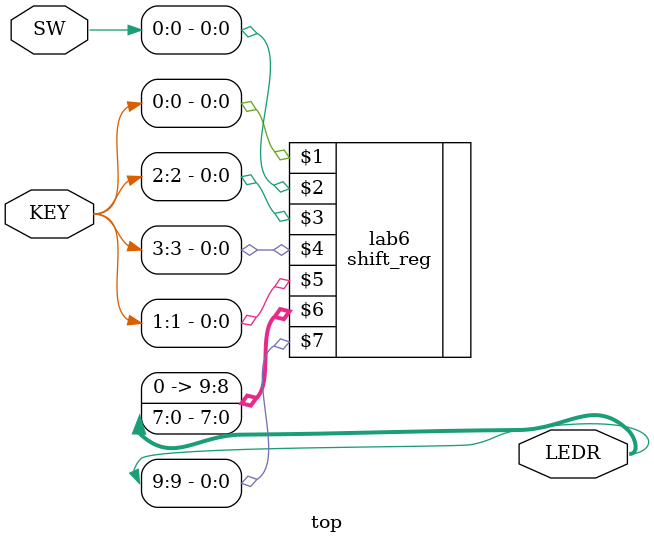
<source format=v>
module top (SW, KEY, LEDR);

    input wire [9:0] SW;        // DE-series switches
    input wire [3:0] KEY;       // DE-series pushbuttons

    output wire [11:0] LEDR;     // DE-series LEDs   

    shift_reg lab6 (KEY[0], SW[0], KEY[2], KEY[3], KEY[1], {2'b0, LEDR[7:0]}, LEDR[9]);

 
endmodule


</source>
